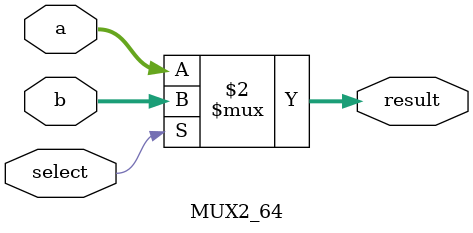
<source format=v>
module MUX2_64(
             a, b,       //0 1
             select,
             result);   // output 
parameter N = 64;
input select;
input [N-1:0] a, b;
output [N-1:0] result;
assign result = select == 1'b1 ? b[N-1:0]: a[N-1:0];

endmodule
</source>
